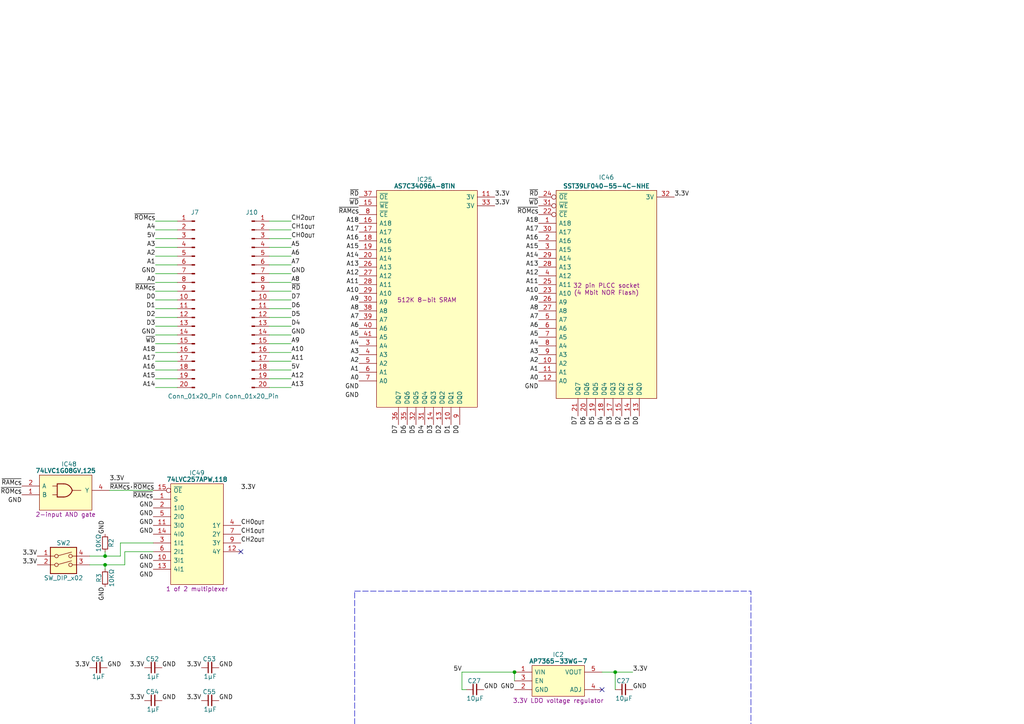
<source format=kicad_sch>
(kicad_sch (version 20230121) (generator eeschema)
  (paper "A4")
  (lib_symbols
    (symbol "Alliance:AS7C34096A-8TIN" (pin_names (offset 0.762))
      (property "Reference" "IC" (at 19.05 5.08 0))
      (property "Value" "AS7C34096A-8TIN" (at 19.05 3.175 0))
      (property "Description" "512K 8-bit SRAM" (at 19.685 -29.845 0))
      (symbol "AS7C34096A-8TIN_0_0"
        (pin no_connect line (at 39.37 -20.32 180) (length 5.08) hide (name "N.C.") (number "1"))
        (pin bidirectional line (at 26.67 -66.04 90) (length 5.08) (name "DQ1") (number "10"))
        (pin passive line (at 0 -55.88 0) (length 5.08) hide (name "GND") (number "12"))
        (pin bidirectional line (at 24.13 -66.04 90) (length 5.08) (name "DQ2") (number "13"))
        (pin bidirectional line (at 21.59 -66.04 90) (length 5.08) (name "DQ3") (number "14"))
        (pin input line (at 0 -2.54 0) (length 5.08) (name "~{WE}") (number "15"))
        (pin input line (at 0 -7.62 0) (length 5.08) (name "A18") (number "16"))
        (pin input line (at 0 -10.16 0) (length 5.08) (name "A17") (number "17"))
        (pin input line (at 0 -12.7 0) (length 5.08) (name "A16") (number "18"))
        (pin input line (at 0 -15.24 0) (length 5.08) (name "A15") (number "19"))
        (pin no_connect line (at 39.37 -22.86 180) (length 5.08) hide (name "N.C.") (number "2"))
        (pin input line (at 0 -17.78 0) (length 5.08) (name "A14") (number "20"))
        (pin no_connect line (at 39.37 -25.4 180) (length 5.08) hide (name "N.C.") (number "21"))
        (pin no_connect line (at 39.37 -27.94 180) (length 5.08) hide (name "N.C.") (number "22"))
        (pin no_connect line (at 39.37 -30.48 180) (length 5.08) hide (name "N.C.") (number "23"))
        (pin no_connect line (at 39.37 -33.02 180) (length 5.08) hide (name "N.C.") (number "24"))
        (pin no_connect line (at 39.37 -35.56 180) (length 5.08) hide (name "N.C.") (number "25"))
        (pin input line (at 0 -20.32 0) (length 5.08) (name "A13") (number "26"))
        (pin input line (at 0 -22.86 0) (length 5.08) (name "A12") (number "27"))
        (pin input line (at 0 -25.4 0) (length 5.08) (name "A11") (number "28"))
        (pin input line (at 0 -27.94 0) (length 5.08) (name "A10") (number "29"))
        (pin input line (at 0 -43.18 0) (length 5.08) (name "A4") (number "3"))
        (pin input line (at 0 -30.48 0) (length 5.08) (name "A9") (number "30"))
        (pin bidirectional line (at 19.05 -66.04 90) (length 5.08) (name "DQ4") (number "31"))
        (pin bidirectional line (at 16.51 -66.04 90) (length 5.08) (name "DQ5") (number "32"))
        (pin passive line (at 0 -58.42 0) (length 5.08) hide (name "GND") (number "34"))
        (pin bidirectional line (at 13.97 -66.04 90) (length 5.08) (name "DQ6") (number "35"))
        (pin bidirectional line (at 11.43 -66.04 90) (length 5.08) (name "DQ7") (number "36"))
        (pin input line (at 0 0 0) (length 5.08) (name "~{OE}") (number "37"))
        (pin input line (at 0 -33.02 0) (length 5.08) (name "A8") (number "38"))
        (pin input line (at 0 -35.56 0) (length 5.08) (name "A7") (number "39"))
        (pin input line (at 0 -45.72 0) (length 5.08) (name "A3") (number "4"))
        (pin input line (at 0 -38.1 0) (length 5.08) (name "A6") (number "40"))
        (pin input line (at 0 -40.64 0) (length 5.08) (name "A5") (number "41"))
        (pin no_connect line (at 39.37 -38.1 180) (length 5.08) hide (name "N.C.") (number "42"))
        (pin no_connect line (at 39.37 -40.64 180) (length 5.08) hide (name "N.C.") (number "43"))
        (pin no_connect line (at 39.37 -43.18 180) (length 5.08) hide (name "N.C.") (number "44"))
        (pin input line (at 0 -48.26 0) (length 5.08) (name "A2") (number "5"))
        (pin input line (at 0 -50.8 0) (length 5.08) (name "A1") (number "6"))
        (pin input line (at 0 -53.34 0) (length 5.08) (name "A0") (number "7"))
        (pin input line (at 0 -5.08 0) (length 5.08) (name "~{CE}") (number "8"))
        (pin bidirectional line (at 29.21 -66.04 90) (length 5.08) (name "DQ0") (number "9"))
      )
      (symbol "AS7C34096A-8TIN_0_1"
        (polyline (pts (xy 5.08 1.905) (xy 34.29 1.905) (xy 34.29 -60.96) (xy 5.08 -60.96) (xy 5.08 1.905)) (stroke (width 0.1524)) (fill (type background)))
      )
      (symbol "AS7C34096A-8TIN_1_1"
        (pin passive line (at 39.37 0 180) (length 5.08) (name "3V") (number "11"))
        (pin passive line (at 39.37 -2.54 180) (length 5.08) (name "3V") (number "33"))
      )
    )
    (symbol "C_0805_5" (pin_numbers hide) (pin_names (offset 0.254) hide)
      (property "Reference" "C" (at 2.286 2.54 0))
      (property "Value" "?μF" (at 2.54 -2.54 0))
      (symbol "C_0805_5_0_1"
        (polyline (pts (xy 1.9685 -1.4605) (xy 1.9685 1.5875)) (stroke (width 0.3048)))
        (polyline (pts (xy 2.9845 -1.4605) (xy 2.9845 1.5875)) (stroke (width 0.3302)))
      )
      (symbol "C_0805_5_1_1"
        (pin passive line (at 0 0 0) (length 2.032) (name "~") (number "1"))
        (pin passive line (at 5.08 0 180) (length 2.032) (name "~") (number "2"))
      )
    )
    (symbol "Connector:Conn_01x20_Pin" (pin_names (offset 1.016) hide)
      (property "Reference" "J" (at 0 25.4 0))
      (property "Value" "Conn_01x20_Pin" (at 0 -27.94 0))
      (symbol "Conn_01x20_Pin_1_1"
        (polyline (pts (xy 1.27 -25.4) (xy 0.8636 -25.4)) (stroke (width 0.1524)))
        (polyline (pts (xy 1.27 -22.86) (xy 0.8636 -22.86)) (stroke (width 0.1524)))
        (polyline (pts (xy 1.27 -20.32) (xy 0.8636 -20.32)) (stroke (width 0.1524)))
        (polyline (pts (xy 1.27 -17.78) (xy 0.8636 -17.78)) (stroke (width 0.1524)))
        (polyline (pts (xy 1.27 -15.24) (xy 0.8636 -15.24)) (stroke (width 0.1524)))
        (polyline (pts (xy 1.27 -12.7) (xy 0.8636 -12.7)) (stroke (width 0.1524)))
        (polyline (pts (xy 1.27 -10.16) (xy 0.8636 -10.16)) (stroke (width 0.1524)))
        (polyline (pts (xy 1.27 -7.62) (xy 0.8636 -7.62)) (stroke (width 0.1524)))
        (polyline (pts (xy 1.27 -5.08) (xy 0.8636 -5.08)) (stroke (width 0.1524)))
        (polyline (pts (xy 1.27 -2.54) (xy 0.8636 -2.54)) (stroke (width 0.1524)))
        (polyline (pts (xy 1.27 0) (xy 0.8636 0)) (stroke (width 0.1524)))
        (polyline (pts (xy 1.27 2.54) (xy 0.8636 2.54)) (stroke (width 0.1524)))
        (polyline (pts (xy 1.27 5.08) (xy 0.8636 5.08)) (stroke (width 0.1524)))
        (polyline (pts (xy 1.27 7.62) (xy 0.8636 7.62)) (stroke (width 0.1524)))
        (polyline (pts (xy 1.27 10.16) (xy 0.8636 10.16)) (stroke (width 0.1524)))
        (polyline (pts (xy 1.27 12.7) (xy 0.8636 12.7)) (stroke (width 0.1524)))
        (polyline (pts (xy 1.27 15.24) (xy 0.8636 15.24)) (stroke (width 0.1524)))
        (polyline (pts (xy 1.27 17.78) (xy 0.8636 17.78)) (stroke (width 0.1524)))
        (polyline (pts (xy 1.27 20.32) (xy 0.8636 20.32)) (stroke (width 0.1524)))
        (polyline (pts (xy 1.27 22.86) (xy 0.8636 22.86)) (stroke (width 0.1524)))
        (rectangle (start 0.8636 -25.273) (end 0 -25.527) (stroke (width 0.1524)) (fill (type outline)))
        (rectangle (start 0.8636 -22.733) (end 0 -22.987) (stroke (width 0.1524)) (fill (type outline)))
        (rectangle (start 0.8636 -20.193) (end 0 -20.447) (stroke (width 0.1524)) (fill (type outline)))
        (rectangle (start 0.8636 -17.653) (end 0 -17.907) (stroke (width 0.1524)) (fill (type outline)))
        (rectangle (start 0.8636 -15.113) (end 0 -15.367) (stroke (width 0.1524)) (fill (type outline)))
        (rectangle (start 0.8636 -12.573) (end 0 -12.827) (stroke (width 0.1524)) (fill (type outline)))
        (rectangle (start 0.8636 -10.033) (end 0 -10.287) (stroke (width 0.1524)) (fill (type outline)))
        (rectangle (start 0.8636 -7.493) (end 0 -7.747) (stroke (width 0.1524)) (fill (type outline)))
        (rectangle (start 0.8636 -4.953) (end 0 -5.207) (stroke (width 0.1524)) (fill (type outline)))
        (rectangle (start 0.8636 -2.413) (end 0 -2.667) (stroke (width 0.1524)) (fill (type outline)))
        (rectangle (start 0.8636 0.127) (end 0 -0.127) (stroke (width 0.1524)) (fill (type outline)))
        (rectangle (start 0.8636 2.667) (end 0 2.413) (stroke (width 0.1524)) (fill (type outline)))
        (rectangle (start 0.8636 5.207) (end 0 4.953) (stroke (width 0.1524)) (fill (type outline)))
        (rectangle (start 0.8636 7.747) (end 0 7.493) (stroke (width 0.1524)) (fill (type outline)))
        (rectangle (start 0.8636 10.287) (end 0 10.033) (stroke (width 0.1524)) (fill (type outline)))
        (rectangle (start 0.8636 12.827) (end 0 12.573) (stroke (width 0.1524)) (fill (type outline)))
        (rectangle (start 0.8636 15.367) (end 0 15.113) (stroke (width 0.1524)) (fill (type outline)))
        (rectangle (start 0.8636 17.907) (end 0 17.653) (stroke (width 0.1524)) (fill (type outline)))
        (rectangle (start 0.8636 20.447) (end 0 20.193) (stroke (width 0.1524)) (fill (type outline)))
        (rectangle (start 0.8636 22.987) (end 0 22.733) (stroke (width 0.1524)) (fill (type outline)))
        (pin passive line (at 5.08 22.86 180) (length 3.81) (name "Pin_1") (number "1"))
        (pin passive line (at 5.08 0 180) (length 3.81) (name "Pin_10") (number "10"))
        (pin passive line (at 5.08 -2.54 180) (length 3.81) (name "Pin_11") (number "11"))
        (pin passive line (at 5.08 -5.08 180) (length 3.81) (name "Pin_12") (number "12"))
        (pin passive line (at 5.08 -7.62 180) (length 3.81) (name "Pin_13") (number "13"))
        (pin passive line (at 5.08 -10.16 180) (length 3.81) (name "Pin_14") (number "14"))
        (pin passive line (at 5.08 -12.7 180) (length 3.81) (name "Pin_15") (number "15"))
        (pin passive line (at 5.08 -15.24 180) (length 3.81) (name "Pin_16") (number "16"))
        (pin passive line (at 5.08 -17.78 180) (length 3.81) (name "Pin_17") (number "17"))
        (pin passive line (at 5.08 -20.32 180) (length 3.81) (name "Pin_18") (number "18"))
        (pin passive line (at 5.08 -22.86 180) (length 3.81) (name "Pin_19") (number "19"))
        (pin passive line (at 5.08 20.32 180) (length 3.81) (name "Pin_2") (number "2"))
        (pin passive line (at 5.08 -25.4 180) (length 3.81) (name "Pin_20") (number "20"))
        (pin passive line (at 5.08 17.78 180) (length 3.81) (name "Pin_3") (number "3"))
        (pin passive line (at 5.08 15.24 180) (length 3.81) (name "Pin_4") (number "4"))
        (pin passive line (at 5.08 12.7 180) (length 3.81) (name "Pin_5") (number "5"))
        (pin passive line (at 5.08 10.16 180) (length 3.81) (name "Pin_6") (number "6"))
        (pin passive line (at 5.08 7.62 180) (length 3.81) (name "Pin_7") (number "7"))
        (pin passive line (at 5.08 5.08 180) (length 3.81) (name "Pin_8") (number "8"))
        (pin passive line (at 5.08 2.54 180) (length 3.81) (name "Pin_9") (number "9"))
      )
    )
    (symbol "Diodes_Inc:AP7365-33WG-7" (pin_names (offset 0.762))
      (property "Reference" "IC" (at 12.7 5.08 0))
      (property "Value" "AP7365-33WG-7" (at 12.7 3.175 0))
      (property "Description" "3.3V LDO voltage regulator" (at 12.7 -8.255 0))
      (symbol "AP7365-33WG-7_0_0"
        (pin passive line (at 0 0 0) (length 5.08) (name "VIN") (number "1"))
        (pin passive line (at 0 -5.08 0) (length 5.08) (name "GND") (number "2"))
        (pin input line (at 0 -2.54 0) (length 5.08) (name "EN") (number "3"))
        (pin passive line (at 25.4 -5.08 180) (length 5.08) (name "ADJ") (number "4"))
        (pin passive line (at 25.4 0 180) (length 5.08) (name "VOUT") (number "5"))
      )
      (symbol "AP7365-33WG-7_0_1"
        (polyline (pts (xy 5.08 1.905) (xy 20.32 1.905) (xy 20.32 -6.985) (xy 5.08 -6.985) (xy 5.08 1.905)) (fill (type background)))
      )
    )
    (symbol "HCP65:C_0805" (pin_numbers hide) (pin_names (offset 0.254) hide)
      (property "Reference" "C" (at 2.286 2.54 0))
      (property "Value" "?μF" (at 2.54 -2.54 0))
      (symbol "C_0805_0_1"
        (polyline (pts (xy 1.9685 -1.4605) (xy 1.9685 1.5875)) (stroke (width 0.3048)))
        (polyline (pts (xy 2.9845 -1.4605) (xy 2.9845 1.5875)) (stroke (width 0.3302)))
      )
      (symbol "C_0805_1_1"
        (pin passive line (at 0 0 0) (length 2.032) (name "~") (number "1"))
        (pin passive line (at 5.08 0 180) (length 2.032) (name "~") (number "2"))
      )
    )
    (symbol "HCP65:R_0805" (pin_numbers hide) (pin_names hide)
      (property "Reference" "R" (at 2.54 1.778 0))
      (property "Value" "?Ω" (at 2.54 -1.905 0))
      (symbol "R_0805_0_1"
        (rectangle (start 0.762 0.762) (end 4.318 -0.762) (stroke (width 0.2032)))
      )
      (symbol "R_0805_1_1"
        (pin passive line (at 0 0 0) (length 0.72) (name "~") (number "1"))
        (pin passive line (at 5.08 0 180) (length 0.72) (name "~") (number "2"))
      )
    )
    (symbol "Microchip:SST39LF040-55-4C-NHE" (pin_names (offset 0.762))
      (property "Reference" "IC" (at 19.685 5.715 0))
      (property "Value" "SST39LF040-55-4C-NHE" (at 19.685 3.175 0))
      (property "Description" "32 pin PLCC socket\n(4 Mbit NOR Flash)" (at 19.685 -26.67 0))
      (symbol "SST39LF040-55-4C-NHE_0_1"
        (polyline (pts (xy 5.08 1.905) (xy 34.29 1.905) (xy 34.29 -58.42) (xy 5.08 -58.42) (xy 5.08 1.905)) (stroke (width 0.1524)) (fill (type background)))
      )
      (symbol "SST39LF040-55-4C-NHE_1_0"
        (pin passive line (at 0 -55.88 0) (length 5.08) hide (name "GND") (number "16"))
      )
      (symbol "SST39LF040-55-4C-NHE_1_1"
        (pin input line (at 0 -7.62 0) (length 5.08) (name "A18") (number "1"))
        (pin input line (at 0 -48.26 0) (length 5.08) (name "A2") (number "10"))
        (pin input line (at 0 -50.8 0) (length 5.08) (name "A1") (number "11"))
        (pin input line (at 0 -53.34 0) (length 5.08) (name "A0") (number "12"))
        (pin tri_state line (at 29.21 -63.5 90) (length 5.08) (name "DQ0") (number "13"))
        (pin tri_state line (at 26.67 -63.5 90) (length 5.08) (name "DQ1") (number "14"))
        (pin tri_state line (at 24.13 -63.5 90) (length 5.08) (name "DQ2") (number "15"))
        (pin tri_state line (at 21.59 -63.5 90) (length 5.08) (name "DQ3") (number "17"))
        (pin tri_state line (at 19.05 -63.5 90) (length 5.08) (name "DQ4") (number "18"))
        (pin tri_state line (at 16.51 -63.5 90) (length 5.08) (name "DQ5") (number "19"))
        (pin input line (at 0 -12.7 0) (length 5.08) (name "A16") (number "2"))
        (pin tri_state line (at 13.97 -63.5 90) (length 5.08) (name "DQ6") (number "20"))
        (pin tri_state line (at 11.43 -63.5 90) (length 5.08) (name "DQ7") (number "21"))
        (pin input inverted (at 0 -5.08 0) (length 5.08) (name "~{CE}") (number "22"))
        (pin input line (at 0 -27.94 0) (length 5.08) (name "A10") (number "23"))
        (pin input inverted (at 0 0 0) (length 5.08) (name "~{OE}") (number "24"))
        (pin input line (at 0 -25.4 0) (length 5.08) (name "A11") (number "25"))
        (pin input line (at 0 -30.48 0) (length 5.08) (name "A9") (number "26"))
        (pin input line (at 0 -33.02 0) (length 5.08) (name "A8") (number "27"))
        (pin input line (at 0 -20.32 0) (length 5.08) (name "A13") (number "28"))
        (pin input line (at 0 -17.78 0) (length 5.08) (name "A14") (number "29"))
        (pin input line (at 0 -15.24 0) (length 5.08) (name "A15") (number "3"))
        (pin input line (at 0 -10.16 0) (length 5.08) (name "A17") (number "30"))
        (pin input inverted (at 0 -2.54 0) (length 5.08) (name "~{WE}") (number "31"))
        (pin passive line (at 39.37 0 180) (length 5.08) (name "3V") (number "32"))
        (pin input line (at 0 -22.86 0) (length 5.08) (name "A12") (number "4"))
        (pin input line (at 0 -35.56 0) (length 5.08) (name "A7") (number "5"))
        (pin input line (at 0 -38.1 0) (length 5.08) (name "A6") (number "6"))
        (pin input line (at 0 -40.64 0) (length 5.08) (name "A5") (number "7"))
        (pin input line (at 0 -43.18 0) (length 5.08) (name "A4") (number "8"))
        (pin input line (at 0 -45.72 0) (length 5.08) (name "A3") (number "9"))
      )
    )
    (symbol "Nexperia:74LVC1G08GV,125" (pin_names (offset 0.762))
      (property "Reference" "IC" (at 11.43 5.715 0))
      (property "Value" "74LVC1G08GV,125" (at 12.7 3.81 0))
      (property "Description" "2-input AND gate" (at 12.7 -8.89 0))
      (symbol "74LVC1G08GV,125_0_0"
        (pin input line (at 0 -3.175 0) (length 5.08) (name "B") (number "1"))
        (pin input line (at 0 -0.635 0) (length 5.08) (name "A") (number "2"))
        (pin passive line (at 0 -5.715 0) (length 5.08) hide (name "GND") (number "3"))
        (pin output line (at 25.4 -1.905 180) (length 5.08) (name "Y") (number "4"))
        (pin passive line (at 25.4 0.635 180) (length 5.08) hide (name "3V") (number "5"))
      )
      (symbol "74LVC1G08GV,125_0_1"
        (polyline (pts (xy 8.89 -3.175) (xy 10.1599 -3.175)))
        (polyline (pts (xy 8.89 -0.635) (xy 10.1599 -0.635)))
        (polyline (pts (xy 10.248 0) (xy 10.248 -3.81)) (stroke (width 0.254)) (fill (type background)))
        (polyline (pts (xy 12.065 -3.81) (xy 10.248 -3.81)) (stroke (width 0.254)) (fill (type background)))
        (polyline (pts (xy 12.065 0) (xy 10.248 0)) (stroke (width 0.254)) (fill (type background)))
        (polyline (pts (xy 14.605 -1.905) (xy 17.145 -1.905)))
        (polyline (pts (xy 5.08 2.54) (xy 20.32 2.54) (xy 20.32 -7.62) (xy 5.08 -7.62) (xy 5.08 2.54)) (stroke (width 0.1524)) (fill (type background)))
        (arc (start 12.065 -3.81) (mid 13.6634 -3.2954) (end 14.605 -1.905) (stroke (width 0.254)))
        (arc (start 14.605 -1.905) (mid 13.6641 -0.5137) (end 12.065 0) (stroke (width 0.254)))
      )
    )
    (symbol "Nexperia:74LVC257APW,118" (pin_names (offset 0.762))
      (property "Reference" "IC" (at 12.7 5.08 0))
      (property "Value" "74LVC257APW,118" (at 12.7 3.175 0))
      (property "Description" "1 of 2 multiplexer" (at 12.7 -28.575 0))
      (symbol "74LVC257APW,118_0_0"
        (pin input line (at 0 -2.54 0) (length 5.08) (name "S") (number "1"))
        (pin input line (at 0 -20.32 0) (length 5.08) (name "3I1") (number "10"))
        (pin input line (at 0 -10.16 0) (length 5.08) (name "3I0") (number "11"))
        (pin output line (at 25.4 -17.78 180) (length 5.08) (name "4Y") (number "12"))
        (pin input line (at 0 -22.86 0) (length 5.08) (name "4I1") (number "13"))
        (pin input line (at 0 -12.7 0) (length 5.08) (name "4I0") (number "14"))
        (pin passive line (at 25.4 0 180) (length 5.08) hide (name "3V") (number "16"))
        (pin input line (at 0 -5.08 0) (length 5.08) (name "1I0") (number "2"))
        (pin input line (at 0 -15.24 0) (length 5.08) (name "1I1") (number "3"))
        (pin output line (at 25.4 -10.16 180) (length 5.08) (name "1Y") (number "4"))
        (pin input line (at 0 -7.62 0) (length 5.08) (name "2I0") (number "5"))
        (pin input line (at 0 -17.78 0) (length 5.08) (name "2I1") (number "6"))
        (pin output line (at 25.4 -12.7 180) (length 5.08) (name "2Y") (number "7"))
        (pin passive line (at 0 -25.4 0) (length 5.08) hide (name "GND") (number "8"))
        (pin output line (at 25.4 -15.24 180) (length 5.08) (name "3Y") (number "9"))
      )
      (symbol "74LVC257APW,118_0_1"
        (polyline (pts (xy 5.08 1.905) (xy 20.32 1.905) (xy 20.32 -27.305) (xy 5.08 -27.305) (xy 5.08 1.905)) (stroke (width 0.1524)) (fill (type background)))
      )
      (symbol "74LVC257APW,118_1_0"
        (pin input inverted (at 0 0 0) (length 5.08) (name "~{OE}") (number "15"))
      )
    )
    (symbol "Switch:SW_DIP_x02" (pin_names (offset 0) hide)
      (property "Reference" "SW" (at 0 6.35 0))
      (property "Value" "SW_DIP_x02" (at 0 -3.81 0))
      (symbol "SW_DIP_x02_0_0"
        (circle (center -2.032 0) (radius 0.508))
        (circle (center -2.032 2.54) (radius 0.508))
        (polyline (pts (xy -1.524 0.127) (xy 2.3622 1.1684)))
        (polyline (pts (xy -1.524 2.667) (xy 2.3622 3.7084)))
        (circle (center 2.032 0) (radius 0.508))
        (circle (center 2.032 2.54) (radius 0.508))
      )
      (symbol "SW_DIP_x02_0_1"
        (rectangle (start -3.81 5.08) (end 3.81 -2.54) (stroke (width 0.254)) (fill (type background)))
      )
      (symbol "SW_DIP_x02_1_1"
        (pin passive line (at -7.62 2.54 0) (length 5.08) (name "~") (number "1"))
        (pin passive line (at -7.62 0 0) (length 5.08) (name "~") (number "2"))
        (pin passive line (at 7.62 0 180) (length 5.08) (name "~") (number "3"))
        (pin passive line (at 7.62 2.54 180) (length 5.08) (name "~") (number "4"))
      )
    )
  )
  (junction (at 30.48 161.29))
  (junction (at 149.225 194.945))
  (junction (at 30.48 163.83))
  (junction (at 178.435 194.945))
  (no_connect (at 69.85 160.02))
  (no_connect (at 174.625 200.025))
  (wire (pts (xy 78.105 107.315) (xy 84.455 107.315)))
  (wire (pts (xy 26.035 161.29) (xy 30.48 161.29)))
  (wire (pts (xy 78.105 89.535) (xy 84.455 89.535)))
  (wire (pts (xy 78.105 84.455) (xy 84.455 84.455)))
  (wire (pts (xy 78.105 94.615) (xy 84.455 94.615)))
  (wire (pts (xy 34.925 157.48) (xy 34.925 161.29)))
  (wire (pts (xy 36.195 160.02) (xy 36.195 163.83)))
  (wire (pts (xy 51.435 76.835) (xy 45.085 76.835)))
  (wire (pts (xy 51.435 71.755) (xy 45.085 71.755)))
  (wire (pts (xy 51.435 74.295) (xy 45.085 74.295)))
  (wire (pts (xy 45.085 94.615) (xy 51.435 94.615)))
  (wire (pts (xy 133.985 194.945) (xy 149.225 194.945)))
  (wire (pts (xy 78.105 104.775) (xy 84.455 104.775)))
  (wire (pts (xy 45.085 97.155) (xy 51.435 97.155)))
  (wire (pts (xy 78.105 86.995) (xy 84.455 86.995)))
  (wire (pts (xy 44.45 157.48) (xy 34.925 157.48)))
  (wire (pts (xy 78.105 79.375) (xy 84.455 79.375)))
  (wire (pts (xy 31.75 142.24) (xy 44.45 142.24)))
  (wire (pts (xy 51.435 69.215) (xy 45.085 69.215)))
  (wire (pts (xy 30.48 160.02) (xy 30.48 161.29)))
  (wire (pts (xy 78.105 66.675) (xy 84.455 66.675)))
  (wire (pts (xy 51.435 79.375) (xy 45.085 79.375)))
  (wire (pts (xy 45.085 84.455) (xy 51.435 84.455)))
  (wire (pts (xy 45.085 104.775) (xy 51.435 104.775)))
  (wire (pts (xy 45.085 107.315) (xy 51.435 107.315)))
  (wire (pts (xy 78.105 64.135) (xy 84.455 64.135)))
  (wire (pts (xy 51.435 89.535) (xy 45.085 89.535)))
  (wire (pts (xy 51.435 92.075) (xy 45.085 92.075)))
  (wire (pts (xy 78.105 102.235) (xy 84.455 102.235)))
  (wire (pts (xy 78.105 92.075) (xy 84.455 92.075)))
  (wire (pts (xy 78.105 74.295) (xy 84.455 74.295)))
  (wire (pts (xy 44.45 160.02) (xy 36.195 160.02)))
  (wire (pts (xy 149.225 194.945) (xy 149.225 197.485)))
  (wire (pts (xy 26.035 163.83) (xy 30.48 163.83)))
  (wire (pts (xy 51.435 64.135) (xy 45.085 64.135)))
  (wire (pts (xy 178.435 194.945) (xy 183.515 194.945)))
  (wire (pts (xy 45.085 109.855) (xy 51.435 109.855)))
  (wire (pts (xy 133.985 194.945) (xy 133.985 200.025)))
  (wire (pts (xy 78.105 71.755) (xy 84.455 71.755)))
  (wire (pts (xy 178.435 200.025) (xy 178.435 194.945)))
  (wire (pts (xy 174.625 194.945) (xy 178.435 194.945)))
  (wire (pts (xy 78.105 69.215) (xy 84.455 69.215)))
  (wire (pts (xy 78.105 109.855) (xy 84.455 109.855)))
  (wire (pts (xy 45.085 99.695) (xy 51.435 99.695)))
  (wire (pts (xy 78.105 81.915) (xy 84.455 81.915)))
  (wire (pts (xy 78.105 76.835) (xy 84.455 76.835)))
  (wire (pts (xy 36.195 163.83) (xy 30.48 163.83)))
  (wire (pts (xy 133.985 200.025) (xy 135.255 200.025)))
  (wire (pts (xy 78.105 99.695) (xy 84.455 99.695)))
  (wire (pts (xy 51.435 66.675) (xy 45.085 66.675)))
  (wire (pts (xy 51.435 81.915) (xy 45.085 81.915)))
  (wire (pts (xy 34.925 161.29) (xy 30.48 161.29)))
  (wire (pts (xy 30.48 165.1) (xy 30.48 163.83)))
  (wire (pts (xy 51.435 86.995) (xy 45.085 86.995)))
  (wire (pts (xy 45.085 112.395) (xy 51.435 112.395)))
  (wire (pts (xy 78.105 112.395) (xy 84.455 112.395)))
  (wire (pts (xy 78.105 97.155) (xy 84.455 97.155)))
  (wire (pts (xy 45.085 102.235) (xy 51.435 102.235)))
  (rectangle (start 102.87 171.45) (end 217.805 226.695) (stroke (width 0) (type dash)))
  (text "Power" (at 105.41 223.52 0) (effects (font (size 2.54 2.54) (thickness 0.508) bold) (justify left bottom)))
  (label "D0" (at 185.42 120.65 270))
  (label "~{RD}" (at 156.21 57.15 180))
  (label "A10" (at 84.455 102.235 0))
  (label "A10" (at 104.14 85.09 180))
  (label "A9" (at 156.21 87.63 180))
  (label "A6" (at 156.21 95.25 180))
  (label "A12" (at 156.21 80.01 180))
  (label "A15" (at 45.085 109.855 180))
  (label "GND" (at 44.45 154.94 180))
  (label "A10" (at 156.21 85.09 180))
  (label "A17" (at 156.21 67.31 180))
  (label "A1" (at 156.21 107.95 180))
  (label "A4" (at 156.21 100.33 180))
  (label "GND" (at 44.45 152.4 180))
  (label "GND" (at 44.45 147.32 180))
  (label "D7" (at 167.64 120.65 270))
  (label "3.3V" (at 41.91 203.2 180))
  (label "CH2_{OUT}" (at 69.85 157.48 0))
  (label "CH1_{OUT}" (at 69.85 154.94 0))
  (label "A0" (at 156.21 110.49 180))
  (label "A12" (at 84.455 109.855 0))
  (label "D5" (at 172.72 120.65 270))
  (label "D0" (at 45.085 86.995 180))
  (label "D2" (at 180.34 120.65 270))
  (label "GND" (at 45.085 79.375 180))
  (label "D2" (at 45.085 92.075 180))
  (label "A16" (at 104.14 69.85 180))
  (label "~{ROM_{CS}}" (at 156.21 62.23 180))
  (label "~{RD}" (at 104.14 57.15 180))
  (label "3.3V" (at 26.035 193.675 180))
  (label "D3" (at 45.085 94.615 180))
  (label "A13" (at 156.21 77.47 180))
  (label "A6" (at 84.455 74.295 0))
  (label "D3" (at 177.8 120.65 270))
  (label "3.3V" (at 143.51 59.69 0))
  (label "GND" (at 44.45 162.56 180))
  (label "GND" (at 104.14 113.03 180))
  (label "D3" (at 125.73 123.19 270))
  (label "A7" (at 84.455 76.835 0))
  (label "A4" (at 104.14 100.33 180))
  (label "5V" (at 45.085 69.215 180))
  (label "D7" (at 84.455 86.995 0))
  (label "A5" (at 156.21 97.79 180))
  (label "3.3V" (at 41.91 193.675 180))
  (label "~{WD}" (at 104.14 59.69 180))
  (label "GND" (at 44.45 149.86 180))
  (label "GND" (at 183.515 200.025 0))
  (label "GND" (at 46.99 203.2 0))
  (label "A18" (at 45.085 102.235 180))
  (label "A2" (at 156.21 105.41 180))
  (label "A7" (at 104.14 92.71 180))
  (label "~{RAM_{CS}}" (at 6.35 140.97 180))
  (label "A16" (at 156.21 69.85 180))
  (label "GND" (at 44.45 167.64 180))
  (label "GND" (at 149.225 200.025 180))
  (label "A15" (at 156.21 72.39 180))
  (label "CH0_{OUT}" (at 69.85 152.4 0))
  (label "A14" (at 156.21 74.93 180))
  (label "A3" (at 156.21 102.87 180))
  (label "A15" (at 104.14 72.39 180))
  (label "A16" (at 45.085 107.315 180))
  (label "A11" (at 104.14 82.55 180))
  (label "D0" (at 133.35 123.19 270))
  (label "D5" (at 84.455 92.075 0))
  (label "D7" (at 115.57 123.19 270))
  (label "5V" (at 133.985 194.945 180))
  (label "D6" (at 84.455 89.535 0))
  (label "5V" (at 84.455 107.315 0))
  (label "A17" (at 104.14 67.31 180))
  (label "A11" (at 84.455 104.775 0))
  (label "A1" (at 104.14 107.95 180))
  (label "3.3V" (at 58.42 203.2 180))
  (label "GND" (at 156.21 113.03 180))
  (label "A1" (at 45.085 76.835 180))
  (label "GND" (at 46.99 193.675 0))
  (label "A4" (at 45.085 66.675 180))
  (label "A7" (at 156.21 92.71 180))
  (label "A9" (at 104.14 87.63 180))
  (label "GND" (at 84.455 97.155 0))
  (label "A14" (at 45.085 112.395 180))
  (label "D2" (at 128.27 123.19 270))
  (label "CH2_{OUT}" (at 84.455 64.135 0))
  (label "GND" (at 44.45 165.1 180))
  (label "3.3V" (at 10.795 161.29 180))
  (label "3.3V" (at 10.795 163.83 180))
  (label "GND" (at 6.35 146.05 180))
  (label "D1" (at 130.81 123.19 270))
  (label "GND" (at 31.115 193.675 0))
  (label "A18" (at 104.14 64.77 180))
  (label "GND" (at 84.455 79.375 0))
  (label "A11" (at 156.21 82.55 180))
  (label "A6" (at 104.14 95.25 180))
  (label "A8" (at 84.455 81.915 0))
  (label "A5" (at 84.455 71.755 0))
  (label "A13" (at 84.455 112.395 0))
  (label "GND" (at 63.5 193.675 0))
  (label "~{WD}" (at 156.21 59.69 180))
  (label "D1" (at 45.085 89.535 180))
  (label "A0" (at 45.085 81.915 180))
  (label "A3" (at 45.085 71.755 180))
  (label "3.3V" (at 183.515 194.945 0))
  (label "A2" (at 104.14 105.41 180))
  (label "3.3V" (at 143.51 57.15 0))
  (label "A17" (at 45.085 104.775 180))
  (label "CH1_{OUT}" (at 84.455 66.675 0))
  (label "~{RAM_{CS}}" (at 44.45 144.78 180))
  (label "A12" (at 104.14 80.01 180))
  (label "D4" (at 175.26 120.65 270))
  (label "D6" (at 170.18 120.65 270))
  (label "~{ROM_{CS}}" (at 6.35 143.51 180))
  (label "D4" (at 84.455 94.615 0))
  (label "3.3V" (at 195.58 57.15 0))
  (label "GND" (at 30.48 154.94 90))
  (label "~{RAM_{CS}}" (at 104.14 62.23 180))
  (label "~{RAM_{CS}}·~{ROM_{CS}}" (at 31.75 142.24 0))
  (label "A14" (at 104.14 74.93 180))
  (label "D5" (at 120.65 123.19 270))
  (label "A9" (at 84.455 99.695 0))
  (label "A3" (at 104.14 102.87 180))
  (label "3.3V" (at 69.85 142.24 0))
  (label "CH0_{OUT}" (at 84.455 69.215 0))
  (label "~{RD}" (at 84.455 84.455 0))
  (label "A8" (at 104.14 90.17 180))
  (label "~{WD}" (at 45.085 99.695 180))
  (label "A13" (at 104.14 77.47 180))
  (label "GND" (at 63.5 203.2 0))
  (label "GND" (at 45.085 97.155 180))
  (label "D1" (at 182.88 120.65 270))
  (label "A5" (at 104.14 97.79 180))
  (label "A8" (at 156.21 90.17 180))
  (label "GND" (at 30.48 170.18 270))
  (label "GND" (at 140.335 200.025 0))
  (label "3.3V" (at 31.75 139.7 0))
  (label "A0" (at 104.14 110.49 180))
  (label "~{ROM_{CS}}" (at 45.085 64.135 180))
  (label "D6" (at 118.11 123.19 270))
  (label "A2" (at 45.085 74.295 180))
  (label "~{RAM_{CS}}" (at 45.085 84.455 180))
  (label "D4" (at 123.19 123.19 270))
  (label "A18" (at 156.21 64.77 180))
  (label "GND" (at 104.14 115.57 180))
  (label "3.3V" (at 58.42 193.675 180))
  (symbol (lib_name "C_0805_5") (lib_id "HCP65:C_0805") (at 178.435 200.025 0) (unit 1)
    (property "Reference" "C27" (at 180.721 197.485 0))
    (property "Value" "10μF" (at 180.975 202.565 0))
    (property "Footprint" "SamacSys_Parts:C_0805" (effects hide))
    (instances (project "Pico Sound" (path "" (reference "C27") (unit 1))) (project "MPU Breakout" (path "" (reference "C7") (unit 1)) (path "" (reference "C42") (unit 1)) (path "" (reference "C46") (unit 1)) (path "" (reference "C50") (unit 1))))
  )
  (symbol (lib_id "Connector:Conn_01x20_Pin") (at 73.025 86.995 0) (unit 1)
    (property "Reference" "J10" (at 73.025 61.595 0))
    (property "Value" "Conn_01x20_Pin" (at 73.025 114.935 0))
    (property "Footprint" "Connector_PinHeader_2.54mm:PinHeader_1x20_P2.54mm_Vertical" (effects hide))
  )
  (symbol (lib_id "HCP65:C_0805") (at 41.91 193.675 0) (unit 1)
    (property "Reference" "C52" (at 44.196 191.135 0))
    (property "Value" "1μF" (at 44.45 196.215 0))
    (property "Footprint" "SamacSys_Parts:C_0805" (effects hide))
  )
  (symbol (lib_id "HCP65:R_0805") (at 30.48 170.18 90) (unit 1)
    (property "Reference" "R3" (at 28.702 167.64 0))
    (property "Value" "10KΩ" (at 32.385 167.64 0))
    (property "Footprint" "SamacSys_Parts:R_0805" (effects hide))
  )
  (symbol (lib_name "C_0805_5") (lib_id "HCP65:C_0805") (at 135.255 200.025 0) (unit 1)
    (property "Reference" "C27" (at 137.541 197.485 0))
    (property "Value" "10μF" (at 137.795 202.565 0))
    (property "Footprint" "SamacSys_Parts:C_0805" (effects hide))
    (instances (project "Pico Sound" (path "" (reference "C27") (unit 1))) (project "MPU Breakout" (path "" (reference "C7") (unit 1)) (path "" (reference "C41") (unit 1)) (path "" (reference "C45") (unit 1)) (path "" (reference "C49") (unit 1))))
  )
  (symbol (lib_id "HCP65:R_0805") (at 30.48 154.94 270) (unit 1)
    (property "Reference" "R2" (at 32.258 157.48 0))
    (property "Value" "10KΩ" (at 28.575 157.48 0))
    (property "Footprint" "SamacSys_Parts:R_0805" (effects hide))
  )
  (symbol (lib_id "HCP65:C_0805") (at 26.035 193.675 0) (unit 1)
    (property "Reference" "C51" (at 28.321 191.135 0))
    (property "Value" "1μF" (at 28.575 196.215 0))
    (property "Footprint" "SamacSys_Parts:C_0805" (effects hide))
  )
  (symbol (lib_id "Nexperia:74LVC1G08GV,125") (at 6.35 140.335 0) (unit 1)
    (property "Reference" "IC48" (at 17.78 134.62 0) (effects (justify left)))
    (property "Value" "74LVC1G08GV,125" (at 19.05 136.525 0) (effects (font bold)))
    (property "Footprint" "SOT95P275X110-5N" (effects hide))
    (property "Datasheet" "https://assets.nexperia.com/documents/data-sheet/74LVC1G08.pdf" (effects hide))
    (property "Description" "2-input AND gate" (at 19.05 149.225 0))
    (property "Height" "1.1" (effects hide))
    (property "Manufacturer_Name" "Nexperia" (effects hide))
    (property "Manufacturer_Part_Number" "74LVC1G08GV,125" (effects hide))
    (property "Mouser Part Number" "771-74LVC1G08GV" (effects hide))
    (property "Mouser Price/Stock" "https://www.mouser.co.uk/ProductDetail/Nexperia/74LVC1G08GV125?qs=me8TqzrmIYXEnurJEPZc7A%3D%3D" (effects hide))
    (property "Arrow Part Number" "74LVC1G08GV,125" (effects hide))
    (property "Arrow Price/Stock" "https://www.arrow.com/en/products/74lvc1g08gv125/nexperia" (effects hide))
    (property "Silkscreen" "'1G08" (effects hide))
  )
  (symbol (lib_id "Switch:SW_DIP_x02") (at 18.415 163.83 0) (unit 1)
    (property "Reference" "SW2" (at 18.415 157.48 0))
    (property "Value" "SW_DIP_x02" (at 18.415 167.64 0))
    (property "Footprint" "Button_Switch_SMD:SW_DIP_SPSTx02_Slide_KingTek_DSHP02TJ_W5.25mm_P1.27mm_JPin" (effects hide))
  )
  (symbol (lib_id "Microchip:SST39LF040-55-4C-NHE") (at 156.21 57.15 0) (unit 1)
    (property "Reference" "IC46" (at 175.895 51.435 0))
    (property "Value" "SST39LF040-55-4C-NHE" (at 175.895 53.975 0) (effects (font bold)))
    (property "Footprint" "5408803224008" (effects hide))
    (property "Description" "32 pin PLCC socket\n(4 Mbit NOR Flash)" (at 175.895 83.82 0))
    (property "Height" "8.2" (effects hide))
    (property "Manufacturer_Name" "Microchip" (effects hide))
    (property "Manufacturer_Part_Number" "SST39LF040-55-4C-NHE" (effects hide))
    (property "Silkscreen" "SST39LF040-55" (effects hide))
  )
  (symbol (lib_id "HCP65:C_0805") (at 58.42 203.2 0) (unit 1)
    (property "Reference" "C55" (at 60.706 200.66 0))
    (property "Value" "1μF" (at 60.96 205.74 0))
    (property "Footprint" "SamacSys_Parts:C_0805" (effects hide))
  )
  (symbol (lib_id "Nexperia:74LVC257APW,118") (at 44.45 142.24 0) (unit 1)
    (property "Reference" "IC49" (at 57.15 137.16 0))
    (property "Value" "74LVC257APW,118" (at 57.15 139.065 0) (effects (font bold)))
    (property "Footprint" "SOP65P640X110-16N" (effects hide))
    (property "Description" "1 of 2 multiplexer" (at 57.15 170.815 0))
    (property "Height" "1.1" (effects hide))
    (property "Mouser Part Number" "771-74LVC257APW-T" (effects hide))
    (property "Manufacturer_Name" "Nexperia" (effects hide))
    (property "Manufacturer_Part_Number" "74LVC257APW,118" (effects hide))
    (property "Silkscreen" "74LVC257" (effects hide))
  )
  (symbol (lib_id "HCP65:C_0805") (at 58.42 193.675 0) (unit 1)
    (property "Reference" "C53" (at 60.706 191.135 0))
    (property "Value" "1μF" (at 60.96 196.215 0))
    (property "Footprint" "SamacSys_Parts:C_0805" (effects hide))
  )
  (symbol (lib_id "Diodes_Inc:AP7365-33WG-7") (at 149.225 194.945 0) (unit 1)
    (property "Reference" "IC2" (at 161.925 189.865 0))
    (property "Value" "AP7365-33WG-7" (at 161.925 191.77 0) (effects (font bold)))
    (property "Footprint" "SOT95P285X130-5N" (effects hide))
    (property "Datasheet" "https://componentsearchengine.com/Datasheets/1/AP7365-33WG-7.pdf" (effects hide))
    (property "Description" "3.3V LDO voltage regulator" (at 161.925 203.2 0))
    (property "Height" "1.3" (effects hide))
    (property "Manufacturer_Name" "Diodes Inc." (effects hide))
    (property "Manufacturer_Part_Number" "AP7365-33WG-7" (effects hide))
    (property "Mouser Part Number" "621-AP7365-33WG-7" (effects hide))
    (property "Mouser Price/Stock" "https://www.mouser.co.uk/ProductDetail/Diodes-Incorporated/AP7365-33WG-7?qs=abZ1nkZpTuOZFvxvoFPL0w%3D%3D" (effects hide))
    (property "Arrow Part Number" "AP7365-33WG-7" (effects hide))
    (property "Arrow Price/Stock" "https://www.arrow.com/en/products/ap7365-33wg-7/diodes-incorporated?region=nac" (effects hide))
    (property "Silkscreen" "AP7365" (effects hide))
    (instances (project "Pico Sound" (path "" (reference "IC2") (unit 1))) (project "MPU Breakout" (path "" (reference "IC7") (unit 1)) (path "" (reference "IC36") (unit 1)) (path "" (reference "IC42") (unit 1)) (path "" (reference "IC45") (unit 1))))
  )
  (symbol (lib_id "HCP65:C_0805") (at 41.91 203.2 0) (unit 1)
    (property "Reference" "C54" (at 44.196 200.66 0))
    (property "Value" "1μF" (at 44.45 205.74 0))
    (property "Footprint" "SamacSys_Parts:C_0805" (effects hide))
  )
  (symbol (lib_id "Connector:Conn_01x20_Pin") (at 56.515 86.995 0) (mirror y) (unit 1)
    (property "Reference" "J7" (at 56.515 61.595 0))
    (property "Value" "Conn_01x20_Pin" (at 56.515 114.935 0))
    (property "Footprint" "Connector_PinHeader_2.54mm:PinHeader_1x20_P2.54mm_Vertical" (effects hide))
  )
  (symbol (lib_id "Alliance:AS7C34096A-8TIN") (at 104.14 57.15 0) (unit 1)
    (property "Reference" "IC25" (at 123.19 52.07 0))
    (property "Value" "AS7C34096A-8TIN" (at 123.19 53.975 0) (effects (font bold)))
    (property "Footprint" "SOP80P1176X120-44N" (effects hide))
    (property "Datasheet" "https://www.alliancememory.com/wp-content/uploads/pdf/sram/fa/AS7C34096A-8TINrev1.3.pdf" (effects hide))
    (property "Description" "512K 8-bit SRAM" (at 123.825 86.995 0))
    (property "Height" "1.2" (effects hide))
    (property "Manufacturer_Name" "Alliance Memory" (effects hide))
    (property "Manufacturer_Part_Number" "AS7C34096A-8TIN" (effects hide))
    (property "Mouser Part Number" "913-AS7C34096A-8TIN" (effects hide))
    (property "Mouser Price/Stock" "https://www.mouser.co.uk/ProductDetail/Alliance-Memory/AS7C34096A-8TIN?qs=iyLo5FA4poBS8QHXJOzn5g%3D%3D" (effects hide))
  )
)
</source>
